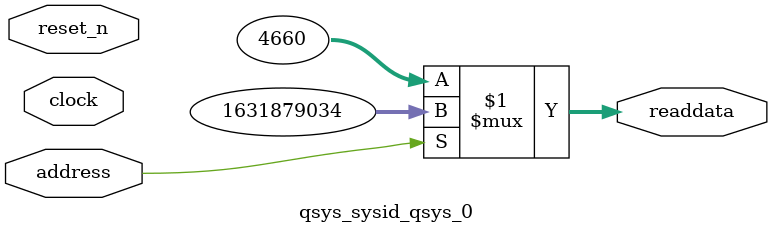
<source format=v>



// synthesis translate_off
`timescale 1ns / 1ps
// synthesis translate_on

// turn off superfluous verilog processor warnings 
// altera message_level Level1 
// altera message_off 10034 10035 10036 10037 10230 10240 10030 

module qsys_sysid_qsys_0 (
               // inputs:
                address,
                clock,
                reset_n,

               // outputs:
                readdata
             )
;

  output  [ 31: 0] readdata;
  input            address;
  input            clock;
  input            reset_n;

  wire    [ 31: 0] readdata;
  //control_slave, which is an e_avalon_slave
  assign readdata = address ? 1631879034 : 4660;

endmodule



</source>
